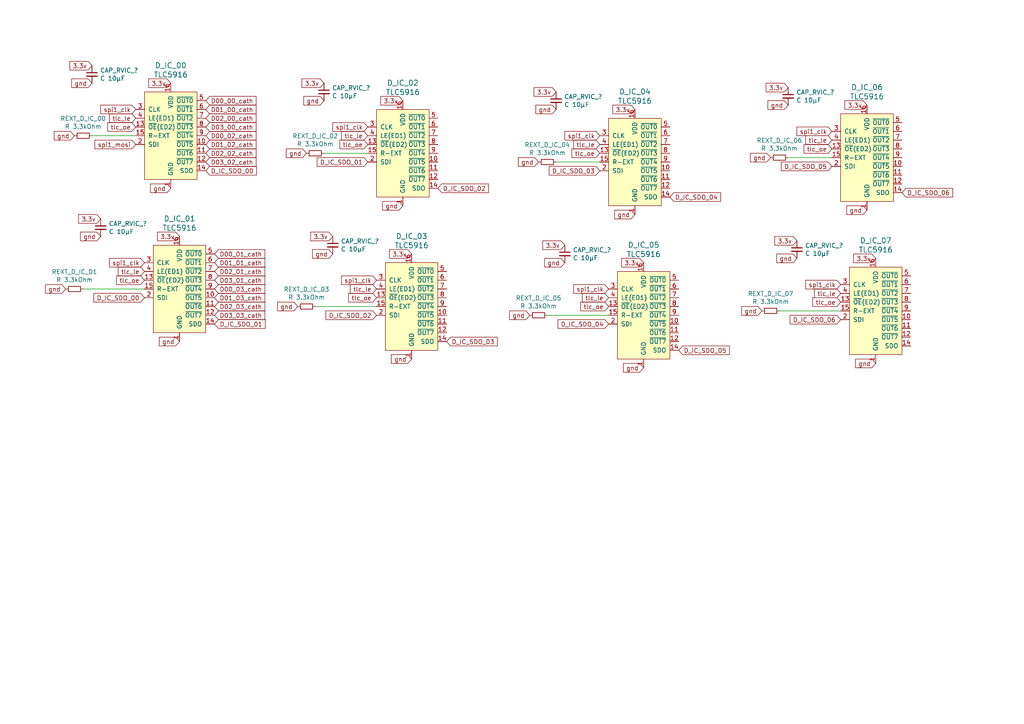
<source format=kicad_sch>
(kicad_sch (version 20230121) (generator eeschema)
  (paper "A4")
  (lib_symbols
    (symbol "Device:C_Small" (pin_numbers hide) (pin_names (offset 0.254) hide)
      (property "Reference" "C" (at 0.254 1.778 0))
      (property "Value" "C_Small" (at 0.254 -2.032 0))
      (symbol "C_Small_0_1"
        (polyline (pts (xy -1.524 -0.508) (xy 1.524 -0.508)) (stroke (width 0.3302)))
        (polyline (pts (xy -1.524 0.508) (xy 1.524 0.508)) (stroke (width 0.3048)))
      )
      (symbol "C_Small_1_1"
        (pin passive line (at 0 2.54 270) (length 2.032) (name "~") (number "1"))
        (pin passive line (at 0 -2.54 90) (length 2.032) (name "~") (number "2"))
      )
    )
    (symbol "Device:R_Small" (pin_numbers hide) (pin_names (offset 0.254) hide)
      (property "Reference" "R" (at 0.762 0.508 0))
      (property "Value" "R_Small" (at 0.762 -1.016 0))
      (symbol "R_Small_0_1"
        (rectangle (start -0.762 1.778) (end 0.762 -1.778) (stroke (width 0.2032)))
      )
      (symbol "R_Small_1_1"
        (pin passive line (at 0 2.54 270) (length 0.762) (name "~") (number "1"))
        (pin passive line (at 0 -2.54 90) (length 0.762) (name "~") (number "2"))
      )
    )
    (symbol "dk_PMIC-LED-Drivers:TLC5916IN" (pin_names (offset 1.016))
      (property "Reference" "U" (at -5.08 6.096 0))
      (property "Value" "TLC5916IN" (at 0.508 -21.59 0))
      (symbol "TLC5916IN_0_1"
        (rectangle (start 7.62 5.08) (end -7.62 -20.32) (fill (type background)))
      )
      (symbol "TLC5916IN_1_1"
        (pin power_in line (at 0 -22.86 90) (length 2.54) (name "GND") (number "1"))
        (pin power_out line (at 10.16 -10.16 180) (length 2.54) (name "~{OUT5}") (number "10"))
        (pin power_out line (at 10.16 -12.7 180) (length 2.54) (name "~{OUT6}") (number "11"))
        (pin power_out line (at 10.16 -15.24 180) (length 2.54) (name "~{OUT7}") (number "12"))
        (pin input line (at -10.16 -5.08 0) (length 2.54) (name "~{OE}(ED2)") (number "13"))
        (pin power_out line (at 10.16 -17.78 180) (length 2.54) (name "SDO") (number "14"))
        (pin passive line (at -10.16 -7.62 0) (length 2.54) (name "R-EXT") (number "15"))
        (pin power_in line (at 0 7.62 270) (length 2.54) (name "VDD") (number "16"))
        (pin input line (at -10.16 -10.16 0) (length 2.54) (name "SDI") (number "2"))
        (pin input line (at -10.16 0 0) (length 2.54) (name "CLK") (number "3"))
        (pin input line (at -10.16 -2.54 0) (length 2.54) (name "LE(ED1)") (number "4"))
        (pin power_out line (at 10.16 2.54 180) (length 2.54) (name "~{OUT0}") (number "5"))
        (pin power_out line (at 10.16 0 180) (length 2.54) (name "~{OUT1}") (number "6"))
        (pin power_out line (at 10.16 -2.54 180) (length 2.54) (name "~{OUT2}") (number "7"))
        (pin power_out line (at 10.16 -5.08 180) (length 2.54) (name "~{OUT3}") (number "8"))
        (pin power_out line (at 10.16 -7.62 180) (length 2.54) (name "~{OUT4}") (number "9"))
      )
    )
  )
  (wire (pts (xy 26.67 39.37) (xy 39.37 39.37)))
  (wire (pts (xy 161.29 46.99) (xy 173.99 46.99)))
  (wire (pts (xy 158.75 91.44) (xy 176.53 91.44)))
  (wire (pts (xy 93.98 44.45) (xy 106.68 44.45)))
  (wire (pts (xy 24.13 83.82) (xy 41.91 83.82)))
  (wire (pts (xy 226.06 90.17) (xy 243.84 90.17)))
  (wire (pts (xy 91.44 88.9) (xy 109.22 88.9)))
  (wire (pts (xy 228.6 45.72) (xy 241.3 45.72)))
  (global_label "D_IC_SDO_05" (shape input) (at 241.3 48.26 180) (property "Intersheetrefs" "${INTERSHEET_REFS}" (effects hide)))
  (global_label "spi1_clk" (shape input) (at 109.22 81.28 180) (property "Intersheetrefs" "${INTERSHEET_REFS}" (effects hide)))
  (global_label "gnd" (shape input) (at 93.98 29.21 180) (property "Intersheetrefs" "${INTERSHEET_REFS}" (effects hide)))
  (global_label "3.3v" (shape input) (at 251.46 30.48 180) (property "Intersheetrefs" "${INTERSHEET_REFS}" (effects hide)))
  (global_label "3.3v" (shape input) (at 49.53 24.13 180) (property "Intersheetrefs" "${INTERSHEET_REFS}" (effects hide)))
  (global_label "3.3v" (shape input) (at 116.84 29.21 180) (property "Intersheetrefs" "${INTERSHEET_REFS}" (effects hide)))
  (global_label "D01_00_cath" (shape input) (at 59.69 31.75 0) (property "Intersheetrefs" "${INTERSHEET_REFS}" (effects hide)))
  (global_label "gnd" (shape input) (at 119.38 104.14 180) (property "Intersheetrefs" "${INTERSHEET_REFS}" (effects hide)))
  (global_label "spi1_clk" (shape input) (at 176.53 83.82 180) (property "Intersheetrefs" "${INTERSHEET_REFS}" (effects hide)))
  (global_label "D_IC_SDO_05" (shape input) (at 196.85 101.6 0) (property "Intersheetrefs" "${INTERSHEET_REFS}" (effects hide)))
  (global_label "spi1_mosi" (shape input) (at 39.37 41.91 180) (property "Intersheetrefs" "${INTERSHEET_REFS}" (effects hide)))
  (global_label "D00_00_cath" (shape input) (at 59.69 29.21 0) (property "Intersheetrefs" "${INTERSHEET_REFS}" (effects hide)))
  (global_label "gnd" (shape input) (at 163.83 76.2 180) (property "Intersheetrefs" "${INTERSHEET_REFS}" (effects hide)))
  (global_label "gnd" (shape input) (at 29.21 68.58 180) (property "Intersheetrefs" "${INTERSHEET_REFS}" (effects hide)))
  (global_label "D01_02_cath" (shape input) (at 59.69 41.91 0) (property "Intersheetrefs" "${INTERSHEET_REFS}" (effects hide)))
  (global_label "spi1_clk" (shape input) (at 243.84 82.55 180) (property "Intersheetrefs" "${INTERSHEET_REFS}" (effects hide)))
  (global_label "D_IC_SDO_04" (shape input) (at 176.53 93.98 180) (property "Intersheetrefs" "${INTERSHEET_REFS}" (effects hide)))
  (global_label "3.3v" (shape input) (at 186.69 76.2 180) (property "Intersheetrefs" "${INTERSHEET_REFS}" (effects hide)))
  (global_label "D_IC_SDO_03" (shape input) (at 129.54 99.06 0) (property "Intersheetrefs" "${INTERSHEET_REFS}" (effects hide)))
  (global_label "gnd" (shape input) (at 96.52 73.66 180) (property "Intersheetrefs" "${INTERSHEET_REFS}" (effects hide)))
  (global_label "gnd" (shape input) (at 86.36 88.9 180) (property "Intersheetrefs" "${INTERSHEET_REFS}" (effects hide)))
  (global_label "gnd" (shape input) (at 156.21 46.99 180) (property "Intersheetrefs" "${INTERSHEET_REFS}" (effects hide)))
  (global_label "D_IC_SDO_00" (shape input) (at 41.91 86.36 180) (property "Intersheetrefs" "${INTERSHEET_REFS}" (effects hide)))
  (global_label "tlc_le" (shape input) (at 241.3 40.64 180) (property "Intersheetrefs" "${INTERSHEET_REFS}" (effects hide)))
  (global_label "tlc_oe" (shape input) (at 106.68 41.91 180) (property "Intersheetrefs" "${INTERSHEET_REFS}" (effects hide)))
  (global_label "D_IC_SDO_01" (shape input) (at 106.68 46.99 180) (property "Intersheetrefs" "${INTERSHEET_REFS}" (effects hide)))
  (global_label "spi1_clk" (shape input) (at 41.91 76.2 180) (property "Intersheetrefs" "${INTERSHEET_REFS}" (effects hide)))
  (global_label "D01_03_cath" (shape input) (at 62.23 86.36 0) (property "Intersheetrefs" "${INTERSHEET_REFS}" (effects hide)))
  (global_label "3.3v" (shape input) (at 93.98 24.13 180) (property "Intersheetrefs" "${INTERSHEET_REFS}" (effects hide)))
  (global_label "3.3v" (shape input) (at 161.29 26.67 180) (property "Intersheetrefs" "${INTERSHEET_REFS}" (effects hide)))
  (global_label "tlc_le" (shape input) (at 176.53 86.36 180) (property "Intersheetrefs" "${INTERSHEET_REFS}" (effects hide)))
  (global_label "gnd" (shape input) (at 153.67 91.44 180) (property "Intersheetrefs" "${INTERSHEET_REFS}" (effects hide)))
  (global_label "gnd" (shape input) (at 184.15 62.23 180) (property "Intersheetrefs" "${INTERSHEET_REFS}" (effects hide)))
  (global_label "spi1_clk" (shape input) (at 241.3 38.1 180) (property "Intersheetrefs" "${INTERSHEET_REFS}" (effects hide)))
  (global_label "D03_01_cath" (shape input) (at 62.23 81.28 0) (property "Intersheetrefs" "${INTERSHEET_REFS}" (effects hide)))
  (global_label "tlc_le" (shape input) (at 109.22 83.82 180) (property "Intersheetrefs" "${INTERSHEET_REFS}" (effects hide)))
  (global_label "3.3v" (shape input) (at 231.14 69.85 180) (property "Intersheetrefs" "${INTERSHEET_REFS}" (effects hide)))
  (global_label "3.3v" (shape input) (at 119.38 73.66 180) (property "Intersheetrefs" "${INTERSHEET_REFS}" (effects hide)))
  (global_label "D03_02_cath" (shape input) (at 59.69 46.99 0) (property "Intersheetrefs" "${INTERSHEET_REFS}" (effects hide)))
  (global_label "gnd" (shape input) (at 19.05 83.82 180) (property "Intersheetrefs" "${INTERSHEET_REFS}" (effects hide)))
  (global_label "3.3v" (shape input) (at 163.83 71.12 180) (property "Intersheetrefs" "${INTERSHEET_REFS}" (effects hide)))
  (global_label "D_IC_SDO_02" (shape input) (at 109.22 91.44 180) (property "Intersheetrefs" "${INTERSHEET_REFS}" (effects hide)))
  (global_label "D_IC_SDO_06" (shape input) (at 261.62 55.88 0) (property "Intersheetrefs" "${INTERSHEET_REFS}" (effects hide)))
  (global_label "tlc_le" (shape input) (at 243.84 85.09 180) (property "Intersheetrefs" "${INTERSHEET_REFS}" (effects hide)))
  (global_label "3.3v" (shape input) (at 228.6 25.4 180) (property "Intersheetrefs" "${INTERSHEET_REFS}" (effects hide)))
  (global_label "tlc_le" (shape input) (at 41.91 78.74 180) (property "Intersheetrefs" "${INTERSHEET_REFS}" (effects hide)))
  (global_label "gnd" (shape input) (at 220.98 90.17 180) (property "Intersheetrefs" "${INTERSHEET_REFS}" (effects hide)))
  (global_label "tlc_oe" (shape input) (at 173.99 44.45 180) (property "Intersheetrefs" "${INTERSHEET_REFS}" (effects hide)))
  (global_label "D03_00_cath" (shape input) (at 59.69 36.83 0) (property "Intersheetrefs" "${INTERSHEET_REFS}" (effects hide)))
  (global_label "3.3v" (shape input) (at 26.67 19.05 180) (property "Intersheetrefs" "${INTERSHEET_REFS}" (effects hide)))
  (global_label "D02_01_cath" (shape input) (at 62.23 78.74 0) (property "Intersheetrefs" "${INTERSHEET_REFS}" (effects hide)))
  (global_label "tlc_oe" (shape input) (at 41.91 81.28 180) (property "Intersheetrefs" "${INTERSHEET_REFS}" (effects hide)))
  (global_label "gnd" (shape input) (at 49.53 54.61 180) (property "Intersheetrefs" "${INTERSHEET_REFS}" (effects hide)))
  (global_label "gnd" (shape input) (at 21.59 39.37 180) (property "Intersheetrefs" "${INTERSHEET_REFS}" (effects hide)))
  (global_label "tlc_oe" (shape input) (at 241.3 43.18 180) (property "Intersheetrefs" "${INTERSHEET_REFS}" (effects hide)))
  (global_label "gnd" (shape input) (at 251.46 60.96 180) (property "Intersheetrefs" "${INTERSHEET_REFS}" (effects hide)))
  (global_label "3.3v" (shape input) (at 254 74.93 180) (property "Intersheetrefs" "${INTERSHEET_REFS}" (effects hide)))
  (global_label "3.3v" (shape input) (at 184.15 31.75 180) (property "Intersheetrefs" "${INTERSHEET_REFS}" (effects hide)))
  (global_label "D02_02_cath" (shape input) (at 59.69 44.45 0) (property "Intersheetrefs" "${INTERSHEET_REFS}" (effects hide)))
  (global_label "gnd" (shape input) (at 88.9 44.45 180) (property "Intersheetrefs" "${INTERSHEET_REFS}" (effects hide)))
  (global_label "tlc_le" (shape input) (at 39.37 34.29 180) (property "Intersheetrefs" "${INTERSHEET_REFS}" (effects hide)))
  (global_label "D_IC_SDO_06" (shape input) (at 243.84 92.71 180) (property "Intersheetrefs" "${INTERSHEET_REFS}" (effects hide)))
  (global_label "gnd" (shape input) (at 161.29 31.75 180) (property "Intersheetrefs" "${INTERSHEET_REFS}" (effects hide)))
  (global_label "D_IC_SDO_02" (shape input) (at 127 54.61 0) (property "Intersheetrefs" "${INTERSHEET_REFS}" (effects hide)))
  (global_label "D02_03_cath" (shape input) (at 62.23 88.9 0) (property "Intersheetrefs" "${INTERSHEET_REFS}" (effects hide)))
  (global_label "D03_03_cath" (shape input) (at 62.23 91.44 0) (property "Intersheetrefs" "${INTERSHEET_REFS}" (effects hide)))
  (global_label "D00_03_cath" (shape input) (at 62.23 83.82 0) (property "Intersheetrefs" "${INTERSHEET_REFS}" (effects hide)))
  (global_label "spi1_clk" (shape input) (at 39.37 31.75 180) (property "Intersheetrefs" "${INTERSHEET_REFS}" (effects hide)))
  (global_label "3.3v" (shape input) (at 96.52 68.58 180) (property "Intersheetrefs" "${INTERSHEET_REFS}" (effects hide)))
  (global_label "gnd" (shape input) (at 254 105.41 180) (property "Intersheetrefs" "${INTERSHEET_REFS}" (effects hide)))
  (global_label "tlc_oe" (shape input) (at 109.22 86.36 180) (property "Intersheetrefs" "${INTERSHEET_REFS}" (effects hide)))
  (global_label "D01_01_cath" (shape input) (at 62.23 76.2 0) (property "Intersheetrefs" "${INTERSHEET_REFS}" (effects hide)))
  (global_label "3.3v" (shape input) (at 29.21 63.5 180) (property "Intersheetrefs" "${INTERSHEET_REFS}" (effects hide)))
  (global_label "gnd" (shape input) (at 52.07 99.06 180) (property "Intersheetrefs" "${INTERSHEET_REFS}" (effects hide)))
  (global_label "tlc_oe" (shape input) (at 243.84 87.63 180) (property "Intersheetrefs" "${INTERSHEET_REFS}" (effects hide)))
  (global_label "D02_00_cath" (shape input) (at 59.69 34.29 0) (property "Intersheetrefs" "${INTERSHEET_REFS}" (effects hide)))
  (global_label "D_IC_SDO_00" (shape input) (at 59.69 49.53 0) (property "Intersheetrefs" "${INTERSHEET_REFS}" (effects hide)))
  (global_label "tlc_le" (shape input) (at 173.99 41.91 180) (property "Intersheetrefs" "${INTERSHEET_REFS}" (effects hide)))
  (global_label "gnd" (shape input) (at 228.6 30.48 180) (property "Intersheetrefs" "${INTERSHEET_REFS}" (effects hide)))
  (global_label "3.3v" (shape input) (at 52.07 68.58 180) (property "Intersheetrefs" "${INTERSHEET_REFS}" (effects hide)))
  (global_label "gnd" (shape input) (at 26.67 24.13 180) (property "Intersheetrefs" "${INTERSHEET_REFS}" (effects hide)))
  (global_label "spi1_clk" (shape input) (at 173.99 39.37 180) (property "Intersheetrefs" "${INTERSHEET_REFS}" (effects hide)))
  (global_label "tlc_oe" (shape input) (at 39.37 36.83 180) (property "Intersheetrefs" "${INTERSHEET_REFS}" (effects hide)))
  (global_label "tlc_oe" (shape input) (at 176.53 88.9 180) (property "Intersheetrefs" "${INTERSHEET_REFS}" (effects hide)))
  (global_label "D00_02_cath" (shape input) (at 59.69 39.37 0) (property "Intersheetrefs" "${INTERSHEET_REFS}" (effects hide)))
  (global_label "D_IC_SDO_03" (shape input) (at 173.99 49.53 180) (property "Intersheetrefs" "${INTERSHEET_REFS}" (effects hide)))
  (global_label "gnd" (shape input) (at 186.69 106.68 180) (property "Intersheetrefs" "${INTERSHEET_REFS}" (effects hide)))
  (global_label "spi1_clk" (shape input) (at 106.68 36.83 180) (property "Intersheetrefs" "${INTERSHEET_REFS}" (effects hide)))
  (global_label "D00_01_cath" (shape input) (at 62.23 73.66 0) (property "Intersheetrefs" "${INTERSHEET_REFS}" (effects hide)))
  (global_label "gnd" (shape input) (at 223.52 45.72 180) (property "Intersheetrefs" "${INTERSHEET_REFS}" (effects hide)))
  (global_label "gnd" (shape input) (at 231.14 74.93 180) (property "Intersheetrefs" "${INTERSHEET_REFS}" (effects hide)))
  (global_label "D_IC_SDO_04" (shape input) (at 194.31 57.15 0) (property "Intersheetrefs" "${INTERSHEET_REFS}" (effects hide)))
  (global_label "D_IC_SDO_01" (shape input) (at 62.23 93.98 0) (property "Intersheetrefs" "${INTERSHEET_REFS}" (effects hide)))
  (global_label "gnd" (shape input) (at 116.84 59.69 180) (property "Intersheetrefs" "${INTERSHEET_REFS}" (effects hide)))
  (global_label "tlc_le" (shape input) (at 106.68 39.37 180) (property "Intersheetrefs" "${INTERSHEET_REFS}" (effects hide)))
  (symbol (lib_id "dk_PMIC-LED-Drivers:TLC5916IN") (at 116.84 36.83 0) (unit 1)
    (property "Reference" "D_IC_02" (at 116.84 24.0538 0) (effects (font (size 1.524 1.524))))
    (property "Value" "TLC5916" (at 116.84 26.7462 0) (effects (font (size 1.524 1.524))))
    (property "Footprint" "Housings_DIP:DIP-16_W7.62mm" (effects hide))
    (property "Datasheet" "http://www.ti.com/general/docs/suppproductinfo.tsp?distId=10&gotoUrl=http%3A%2F%2Fwww.ti.com%2Flit%2Fgpn%2Ftlc5916" (effects hide))
    (property "Digi-Key_PN" "296-24383-5-ND" (effects hide))
    (property "MPN" "TLC5916IN" (effects hide))
    (property "Category" "Integrated Circuits (ICs)" (effects hide))
    (property "Family" "PMIC - LED Drivers" (effects hide))
    (property "DK_Datasheet_Link" "http://www.ti.com/general/docs/suppproductinfo.tsp?distId=10&gotoUrl=http%3A%2F%2Fwww.ti.com%2Flit%2Fgpn%2Ftlc5916" (effects hide))
    (property "DK_Detail_Page" "/product-detail/en/texas-instruments/TLC5916IN/296-24383-5-ND/1906409" (effects hide))
    (property "Description" "IC LED DRIVER LINEAR 120MA 16DIP" (effects hide))
    (property "Manufacturer" "Texas Instruments" (effects hide))
    (property "Status" "Active" (effects hide))
    (instances (project "kp_gmapminiproto" (path "" (reference "D_IC_02") (unit 1)) (path "" (reference "D_IC_?") (unit 1))))
  )
  (symbol (lib_id "dk_PMIC-LED-Drivers:TLC5916IN") (at 119.38 81.28 0) (unit 1)
    (property "Reference" "D_IC_03" (at 119.38 68.5038 0) (effects (font (size 1.524 1.524))))
    (property "Value" "TLC5916" (at 119.38 71.1962 0) (effects (font (size 1.524 1.524))))
    (property "Footprint" "Housings_DIP:DIP-16_W7.62mm" (effects hide))
    (property "Datasheet" "http://www.ti.com/general/docs/suppproductinfo.tsp?distId=10&gotoUrl=http%3A%2F%2Fwww.ti.com%2Flit%2Fgpn%2Ftlc5916" (effects hide))
    (property "Digi-Key_PN" "296-24383-5-ND" (effects hide))
    (property "MPN" "TLC5916IN" (effects hide))
    (property "Category" "Integrated Circuits (ICs)" (effects hide))
    (property "Family" "PMIC - LED Drivers" (effects hide))
    (property "DK_Datasheet_Link" "http://www.ti.com/general/docs/suppproductinfo.tsp?distId=10&gotoUrl=http%3A%2F%2Fwww.ti.com%2Flit%2Fgpn%2Ftlc5916" (effects hide))
    (property "DK_Detail_Page" "/product-detail/en/texas-instruments/TLC5916IN/296-24383-5-ND/1906409" (effects hide))
    (property "Description" "IC LED DRIVER LINEAR 120MA 16DIP" (effects hide))
    (property "Manufacturer" "Texas Instruments" (effects hide))
    (property "Status" "Active" (effects hide))
    (instances (project "kp_gmapminiproto" (path "" (reference "D_IC_03") (unit 1)) (path "" (reference "D_IC_?") (unit 1))))
  )
  (symbol (lib_id "Device:C_Small") (at 93.98 26.67 0) (unit 1)
    (property "Reference" "CAP_RVIC_?" (at 96.3168 25.5016 0) (effects (justify left)))
    (property "Value" "C 10µF" (at 96.3168 27.813 0) (effects (justify left)))
    (property "Footprint" "Capacitor_THT:C_Disc_D5.0mm_W2.5mm_P2.50mm" (effects hide))
    (instances (project "kp_gmapminiproto" (path "" (reference "CAP_RVIC_?") (unit 1)) (path "" (reference "CAP_RVIC_?") (unit 1)) (path "" (reference "CAP_D_IC_02") (unit 1))))
  )
  (symbol (lib_id "Device:C_Small") (at 96.52 71.12 0) (unit 1)
    (property "Reference" "CAP_RVIC_?" (at 98.8568 69.9516 0) (effects (justify left)))
    (property "Value" "C 10µF" (at 98.8568 72.263 0) (effects (justify left)))
    (property "Footprint" "Capacitor_THT:C_Disc_D5.0mm_W2.5mm_P2.50mm" (effects hide))
    (instances (project "kp_gmapminiproto" (path "" (reference "CAP_RVIC_?") (unit 1)) (path "" (reference "CAP_RVIC_?") (unit 1)) (path "" (reference "CAP_D_IC_03") (unit 1))))
  )
  (symbol (lib_id "Device:R_Small") (at 91.44 44.45 270) (unit 1)
    (property "Reference" "REXT_D_IC_02" (at 91.44 39.4716 90))
    (property "Value" "R 3.3kOhm" (at 91.44 41.783 90))
    (property "Footprint" "Resistors_THT:R_Axial_DIN0207_L6.3mm_D2.5mm_P7.62mm_Horizontal" (effects hide))
  )
  (symbol (lib_id "Device:R_Small") (at 88.9 88.9 270) (unit 1)
    (property "Reference" "REXT_D_IC_03" (at 88.9 83.9216 90))
    (property "Value" "R 3.3kOhm" (at 88.9 86.233 90))
    (property "Footprint" "Resistors_THT:R_Axial_DIN0207_L6.3mm_D2.5mm_P7.62mm_Horizontal" (effects hide))
  )
  (symbol (lib_id "dk_PMIC-LED-Drivers:TLC5916IN") (at 184.15 39.37 0) (unit 1)
    (property "Reference" "D_IC_04" (at 184.15 26.5938 0) (effects (font (size 1.524 1.524))))
    (property "Value" "TLC5916" (at 184.15 29.2862 0) (effects (font (size 1.524 1.524))))
    (property "Footprint" "Housings_DIP:DIP-16_W7.62mm" (effects hide))
    (property "Datasheet" "http://www.ti.com/general/docs/suppproductinfo.tsp?distId=10&gotoUrl=http%3A%2F%2Fwww.ti.com%2Flit%2Fgpn%2Ftlc5916" (effects hide))
    (property "Digi-Key_PN" "296-24383-5-ND" (effects hide))
    (property "MPN" "TLC5916IN" (effects hide))
    (property "Category" "Integrated Circuits (ICs)" (effects hide))
    (property "Family" "PMIC - LED Drivers" (effects hide))
    (property "DK_Datasheet_Link" "http://www.ti.com/general/docs/suppproductinfo.tsp?distId=10&gotoUrl=http%3A%2F%2Fwww.ti.com%2Flit%2Fgpn%2Ftlc5916" (effects hide))
    (property "DK_Detail_Page" "/product-detail/en/texas-instruments/TLC5916IN/296-24383-5-ND/1906409" (effects hide))
    (property "Description" "IC LED DRIVER LINEAR 120MA 16DIP" (effects hide))
    (property "Manufacturer" "Texas Instruments" (effects hide))
    (property "Status" "Active" (effects hide))
    (instances (project "kp_gmapminiproto" (path "" (reference "D_IC_04") (unit 1)) (path "" (reference "D_IC_?") (unit 1))))
  )
  (symbol (lib_id "dk_PMIC-LED-Drivers:TLC5916IN") (at 186.69 83.82 0) (unit 1)
    (property "Reference" "D_IC_05" (at 186.69 71.0438 0) (effects (font (size 1.524 1.524))))
    (property "Value" "TLC5916" (at 186.69 73.7362 0) (effects (font (size 1.524 1.524))))
    (property "Footprint" "Housings_DIP:DIP-16_W7.62mm" (effects hide))
    (property "Datasheet" "http://www.ti.com/general/docs/suppproductinfo.tsp?distId=10&gotoUrl=http%3A%2F%2Fwww.ti.com%2Flit%2Fgpn%2Ftlc5916" (effects hide))
    (property "Digi-Key_PN" "296-24383-5-ND" (effects hide))
    (property "MPN" "TLC5916IN" (effects hide))
    (property "Category" "Integrated Circuits (ICs)" (effects hide))
    (property "Family" "PMIC - LED Drivers" (effects hide))
    (property "DK_Datasheet_Link" "http://www.ti.com/general/docs/suppproductinfo.tsp?distId=10&gotoUrl=http%3A%2F%2Fwww.ti.com%2Flit%2Fgpn%2Ftlc5916" (effects hide))
    (property "DK_Detail_Page" "/product-detail/en/texas-instruments/TLC5916IN/296-24383-5-ND/1906409" (effects hide))
    (property "Description" "IC LED DRIVER LINEAR 120MA 16DIP" (effects hide))
    (property "Manufacturer" "Texas Instruments" (effects hide))
    (property "Status" "Active" (effects hide))
    (instances (project "kp_gmapminiproto" (path "" (reference "D_IC_05") (unit 1)) (path "" (reference "D_IC_?") (unit 1))))
  )
  (symbol (lib_id "Device:C_Small") (at 161.29 29.21 0) (unit 1)
    (property "Reference" "CAP_RVIC_?" (at 163.6268 28.0416 0) (effects (justify left)))
    (property "Value" "C 10µF" (at 163.6268 30.353 0) (effects (justify left)))
    (property "Footprint" "Capacitor_THT:C_Disc_D5.0mm_W2.5mm_P2.50mm" (effects hide))
    (instances (project "kp_gmapminiproto" (path "" (reference "CAP_RVIC_?") (unit 1)) (path "" (reference "CAP_RVIC_?") (unit 1)) (path "" (reference "CAP_D_IC_04") (unit 1))))
  )
  (symbol (lib_id "Device:C_Small") (at 163.83 73.66 0) (unit 1)
    (property "Reference" "CAP_RVIC_?" (at 166.1668 72.4916 0) (effects (justify left)))
    (property "Value" "C 10µF" (at 166.1668 74.803 0) (effects (justify left)))
    (property "Footprint" "Capacitor_THT:C_Disc_D5.0mm_W2.5mm_P2.50mm" (effects hide))
    (instances (project "kp_gmapminiproto" (path "" (reference "CAP_RVIC_?") (unit 1)) (path "" (reference "CAP_RVIC_?") (unit 1)) (path "" (reference "CAP_D_IC_05") (unit 1))))
  )
  (symbol (lib_id "Device:R_Small") (at 158.75 46.99 270) (unit 1)
    (property "Reference" "REXT_D_IC_04" (at 158.75 42.0116 90))
    (property "Value" "R 3.3kOhm" (at 158.75 44.323 90))
    (property "Footprint" "Resistors_THT:R_Axial_DIN0207_L6.3mm_D2.5mm_P7.62mm_Horizontal" (effects hide))
  )
  (symbol (lib_id "Device:R_Small") (at 156.21 91.44 270) (unit 1)
    (property "Reference" "REXT_D_IC_05" (at 156.21 86.4616 90))
    (property "Value" "R 3.3kOhm" (at 156.21 88.773 90))
    (property "Footprint" "Resistors_THT:R_Axial_DIN0207_L6.3mm_D2.5mm_P7.62mm_Horizontal" (effects hide))
  )
  (symbol (lib_id "dk_PMIC-LED-Drivers:TLC5916IN") (at 251.46 38.1 0) (unit 1)
    (property "Reference" "D_IC_06" (at 251.46 25.3238 0) (effects (font (size 1.524 1.524))))
    (property "Value" "TLC5916" (at 251.46 28.0162 0) (effects (font (size 1.524 1.524))))
    (property "Footprint" "Housings_DIP:DIP-16_W7.62mm" (effects hide))
    (property "Datasheet" "http://www.ti.com/general/docs/suppproductinfo.tsp?distId=10&gotoUrl=http%3A%2F%2Fwww.ti.com%2Flit%2Fgpn%2Ftlc5916" (effects hide))
    (property "Digi-Key_PN" "296-24383-5-ND" (effects hide))
    (property "MPN" "TLC5916IN" (effects hide))
    (property "Category" "Integrated Circuits (ICs)" (effects hide))
    (property "Family" "PMIC - LED Drivers" (effects hide))
    (property "DK_Datasheet_Link" "http://www.ti.com/general/docs/suppproductinfo.tsp?distId=10&gotoUrl=http%3A%2F%2Fwww.ti.com%2Flit%2Fgpn%2Ftlc5916" (effects hide))
    (property "DK_Detail_Page" "/product-detail/en/texas-instruments/TLC5916IN/296-24383-5-ND/1906409" (effects hide))
    (property "Description" "IC LED DRIVER LINEAR 120MA 16DIP" (effects hide))
    (property "Manufacturer" "Texas Instruments" (effects hide))
    (property "Status" "Active" (effects hide))
    (instances (project "kp_gmapminiproto" (path "" (reference "D_IC_06") (unit 1)) (path "" (reference "D_IC_?") (unit 1))))
  )
  (symbol (lib_id "dk_PMIC-LED-Drivers:TLC5916IN") (at 254 82.55 0) (unit 1)
    (property "Reference" "D_IC_07" (at 254 69.7738 0) (effects (font (size 1.524 1.524))))
    (property "Value" "TLC5916" (at 254 72.4662 0) (effects (font (size 1.524 1.524))))
    (property "Footprint" "Housings_DIP:DIP-16_W7.62mm" (effects hide))
    (property "Datasheet" "http://www.ti.com/general/docs/suppproductinfo.tsp?distId=10&gotoUrl=http%3A%2F%2Fwww.ti.com%2Flit%2Fgpn%2Ftlc5916" (effects hide))
    (property "Digi-Key_PN" "296-24383-5-ND" (effects hide))
    (property "MPN" "TLC5916IN" (effects hide))
    (property "Category" "Integrated Circuits (ICs)" (effects hide))
    (property "Family" "PMIC - LED Drivers" (effects hide))
    (property "DK_Datasheet_Link" "http://www.ti.com/general/docs/suppproductinfo.tsp?distId=10&gotoUrl=http%3A%2F%2Fwww.ti.com%2Flit%2Fgpn%2Ftlc5916" (effects hide))
    (property "DK_Detail_Page" "/product-detail/en/texas-instruments/TLC5916IN/296-24383-5-ND/1906409" (effects hide))
    (property "Description" "IC LED DRIVER LINEAR 120MA 16DIP" (effects hide))
    (property "Manufacturer" "Texas Instruments" (effects hide))
    (property "Status" "Active" (effects hide))
    (instances (project "kp_gmapminiproto" (path "" (reference "D_IC_07") (unit 1)) (path "" (reference "D_IC_?") (unit 1))))
  )
  (symbol (lib_id "Device:C_Small") (at 228.6 27.94 0) (unit 1)
    (property "Reference" "CAP_RVIC_?" (at 230.9368 26.7716 0) (effects (justify left)))
    (property "Value" "C 10µF" (at 230.9368 29.083 0) (effects (justify left)))
    (property "Footprint" "Capacitor_THT:C_Disc_D5.0mm_W2.5mm_P2.50mm" (effects hide))
    (instances (project "kp_gmapminiproto" (path "" (reference "CAP_RVIC_?") (unit 1)) (path "" (reference "CAP_RVIC_?") (unit 1)) (path "" (reference "CAP_D_IC_06") (unit 1))))
  )
  (symbol (lib_id "Device:C_Small") (at 231.14 72.39 0) (unit 1)
    (property "Reference" "CAP_RVIC_?" (at 233.4768 71.2216 0) (effects (justify left)))
    (property "Value" "C 10µF" (at 233.4768 73.533 0) (effects (justify left)))
    (property "Footprint" "Capacitor_THT:C_Disc_D5.0mm_W2.5mm_P2.50mm" (effects hide))
    (instances (project "kp_gmapminiproto" (path "" (reference "CAP_RVIC_?") (unit 1)) (path "" (reference "CAP_RVIC_?") (unit 1)) (path "" (reference "CAP_D_IC_07") (unit 1))))
  )
  (symbol (lib_id "Device:R_Small") (at 226.06 45.72 270) (unit 1)
    (property "Reference" "REXT_D_IC_06" (at 226.06 40.7416 90))
    (property "Value" "R 3.3kOhm" (at 226.06 43.053 90))
    (property "Footprint" "Resistors_THT:R_Axial_DIN0207_L6.3mm_D2.5mm_P7.62mm_Horizontal" (effects hide))
  )
  (symbol (lib_id "Device:R_Small") (at 223.52 90.17 270) (unit 1)
    (property "Reference" "REXT_D_IC_07" (at 223.52 85.1916 90))
    (property "Value" "R 3.3kOhm" (at 223.52 87.503 90))
    (property "Footprint" "Resistors_THT:R_Axial_DIN0207_L6.3mm_D2.5mm_P7.62mm_Horizontal" (effects hide))
  )
  (symbol (lib_id "dk_PMIC-LED-Drivers:TLC5916IN") (at 49.53 31.75 0) (unit 1)
    (property "Reference" "D_IC_00" (at 49.53 18.9738 0) (effects (font (size 1.524 1.524))))
    (property "Value" "TLC5916" (at 49.53 21.6662 0) (effects (font (size 1.524 1.524))))
    (property "Footprint" "Housings_DIP:DIP-16_W7.62mm" (effects hide))
    (property "Datasheet" "http://www.ti.com/general/docs/suppproductinfo.tsp?distId=10&gotoUrl=http%3A%2F%2Fwww.ti.com%2Flit%2Fgpn%2Ftlc5916" (effects hide))
    (property "Digi-Key_PN" "296-24383-5-ND" (effects hide))
    (property "MPN" "TLC5916IN" (effects hide))
    (property "Category" "Integrated Circuits (ICs)" (effects hide))
    (property "Family" "PMIC - LED Drivers" (effects hide))
    (property "DK_Datasheet_Link" "http://www.ti.com/general/docs/suppproductinfo.tsp?distId=10&gotoUrl=http%3A%2F%2Fwww.ti.com%2Flit%2Fgpn%2Ftlc5916" (effects hide))
    (property "DK_Detail_Page" "/product-detail/en/texas-instruments/TLC5916IN/296-24383-5-ND/1906409" (effects hide))
    (property "Description" "IC LED DRIVER LINEAR 120MA 16DIP" (effects hide))
    (property "Manufacturer" "Texas Instruments" (effects hide))
    (property "Status" "Active" (effects hide))
    (instances (project "kp_gmapminiproto" (path "" (reference "D_IC_00") (unit 1)) (path "" (reference "D_IC_?") (unit 1))))
  )
  (symbol (lib_id "dk_PMIC-LED-Drivers:TLC5916IN") (at 52.07 76.2 0) (unit 1)
    (property "Reference" "D_IC_01" (at 52.07 63.4238 0) (effects (font (size 1.524 1.524))))
    (property "Value" "TLC5916" (at 52.07 66.1162 0) (effects (font (size 1.524 1.524))))
    (property "Footprint" "Housings_DIP:DIP-16_W7.62mm" (effects hide))
    (property "Datasheet" "http://www.ti.com/general/docs/suppproductinfo.tsp?distId=10&gotoUrl=http%3A%2F%2Fwww.ti.com%2Flit%2Fgpn%2Ftlc5916" (effects hide))
    (property "Digi-Key_PN" "296-24383-5-ND" (effects hide))
    (property "MPN" "TLC5916IN" (effects hide))
    (property "Category" "Integrated Circuits (ICs)" (effects hide))
    (property "Family" "PMIC - LED Drivers" (effects hide))
    (property "DK_Datasheet_Link" "http://www.ti.com/general/docs/suppproductinfo.tsp?distId=10&gotoUrl=http%3A%2F%2Fwww.ti.com%2Flit%2Fgpn%2Ftlc5916" (effects hide))
    (property "DK_Detail_Page" "/product-detail/en/texas-instruments/TLC5916IN/296-24383-5-ND/1906409" (effects hide))
    (property "Description" "IC LED DRIVER LINEAR 120MA 16DIP" (effects hide))
    (property "Manufacturer" "Texas Instruments" (effects hide))
    (property "Status" "Active" (effects hide))
    (instances (project "kp_gmapminiproto" (path "" (reference "D_IC_01") (unit 1)) (path "" (reference "D_IC_?") (unit 1))))
  )
  (symbol (lib_id "Device:C_Small") (at 26.67 21.59 0) (unit 1)
    (property "Reference" "CAP_RVIC_?" (at 29.0068 20.4216 0) (effects (justify left)))
    (property "Value" "C 10µF" (at 29.0068 22.733 0) (effects (justify left)))
    (property "Footprint" "Capacitor_THT:C_Disc_D5.0mm_W2.5mm_P2.50mm" (effects hide))
    (instances (project "kp_gmapminiproto" (path "" (reference "CAP_RVIC_?") (unit 1)) (path "" (reference "CAP_RVIC_?") (unit 1)) (path "" (reference "CAP_D_IC_00") (unit 1))))
  )
  (symbol (lib_id "Device:C_Small") (at 29.21 66.04 0) (unit 1)
    (property "Reference" "CAP_RVIC_?" (at 31.5468 64.8716 0) (effects (justify left)))
    (property "Value" "C 10µF" (at 31.5468 67.183 0) (effects (justify left)))
    (property "Footprint" "Capacitor_THT:C_Disc_D5.0mm_W2.5mm_P2.50mm" (effects hide))
    (instances (project "kp_gmapminiproto" (path "" (reference "CAP_RVIC_?") (unit 1)) (path "" (reference "CAP_RVIC_?") (unit 1)) (path "" (reference "CAP_D_IC_01") (unit 1))))
  )
  (symbol (lib_id "Device:R_Small") (at 24.13 39.37 270) (unit 1)
    (property "Reference" "REXT_D_IC_00" (at 24.13 34.3916 90))
    (property "Value" "R 3.3kOhm" (at 24.13 36.703 90))
    (property "Footprint" "Resistors_THT:R_Axial_DIN0207_L6.3mm_D2.5mm_P7.62mm_Horizontal" (effects hide))
  )
  (symbol (lib_id "Device:R_Small") (at 21.59 83.82 270) (unit 1)
    (property "Reference" "REXT_D_IC_01" (at 21.59 78.8416 90))
    (property "Value" "R 3.3kOhm" (at 21.59 81.153 90))
    (property "Footprint" "Resistors_THT:R_Axial_DIN0207_L6.3mm_D2.5mm_P7.62mm_Horizontal" (effects hide))
  )
)
</source>
